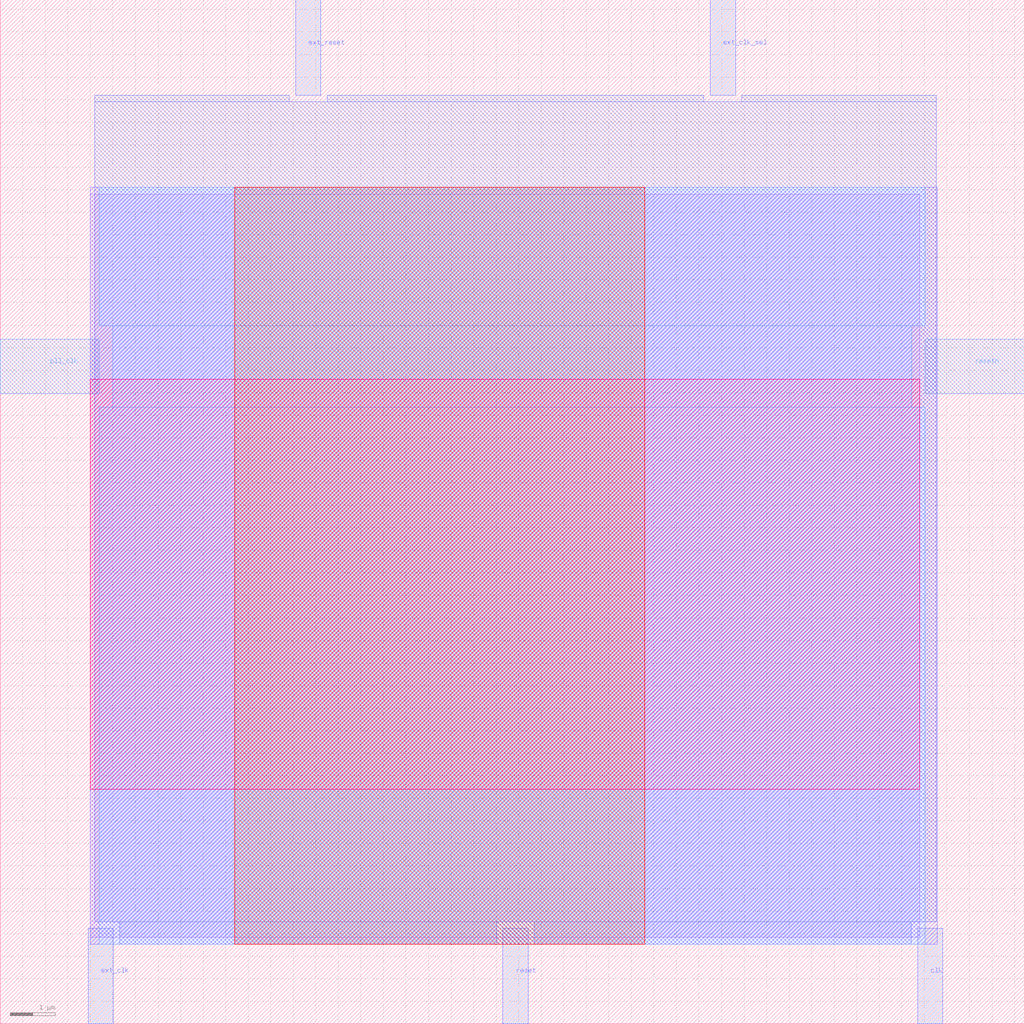
<source format=lef>
VERSION 5.3 ;
   NAMESCASESENSITIVE ON ;
   NOWIREEXTENSIONATPIN ON ;
   DIVIDERCHAR "/" ;
   BUSBITCHARS "[]" ;
UNITS
   DATABASE MICRONS 1000 ;
END UNITS

MACRO striVe_clkrst
   CLASS BLOCK ;
   FOREIGN striVe_clkrst ;
   ORIGIN -0.0000 -0.0000 ;
   SIZE 22.7150 BY 22.7150 ;
   PIN ext_clk_sel
      DIRECTION INPUT ;
      PORT
         LAYER met2 ;
	    RECT 15.7500 20.5950 16.3100 22.7150 ;
      END
   END ext_clk_sel
   PIN ext_clk
      DIRECTION INPUT ;
      PORT
         LAYER met2 ;
	    RECT 1.9500 0.0000 2.5100 2.1200 ;
      END
   END ext_clk
   PIN pll_clk
      DIRECTION INPUT ;
      PORT
         LAYER met3 ;
	    RECT 0.0000 13.9800 2.2000 15.1800 ;
      END
   END pll_clk
   PIN reset
      DIRECTION INPUT ;
      PORT
         LAYER met2 ;
	    RECT 11.1500 0.0000 11.7100 2.1200 ;
      END
   END reset
   PIN ext_reset
      DIRECTION INPUT ;
      PORT
         LAYER met2 ;
	    RECT 6.5500 20.5950 7.1100 22.7150 ;
      END
   END ext_reset
   PIN clk
      DIRECTION OUTPUT TRISTATE ;
      PORT
         LAYER met2 ;
	    RECT 20.3500 0.0000 20.9100 2.1200 ;
      END
   END clk
   PIN resetn
      DIRECTION OUTPUT TRISTATE ;
      PORT
         LAYER met3 ;
	    RECT 20.5150 13.9800 22.7150 15.1800 ;
      END
   END resetn
   OBS
         LAYER li1 ;
	    RECT 2.0000 1.9150 20.4000 18.4050 ;
         LAYER met1 ;
	    RECT 2.0000 1.7600 20.7900 18.5600 ;
         LAYER met2 ;
	    RECT 2.1000 20.4550 6.4100 20.5950 ;
	    RECT 7.2500 20.4550 15.6100 20.5950 ;
	    RECT 16.4500 20.4550 20.7600 20.5950 ;
	    RECT 2.1000 2.2600 20.7600 20.4550 ;
	    RECT 2.6500 1.7600 11.0100 2.2600 ;
	    RECT 11.8500 1.7600 20.2100 2.2600 ;
         LAYER met3 ;
	    RECT 2.2000 15.4800 20.5150 18.5600 ;
	    RECT 2.5000 13.6800 20.2150 15.4800 ;
	    RECT 2.2000 1.7600 20.5150 13.6800 ;
         LAYER met4 ;
	    RECT 5.2000 1.7600 14.3000 18.5600 ;
         LAYER met5 ;
	    RECT 2.0000 5.2000 20.4000 14.3000 ;
   END
END striVe_clkrst

</source>
